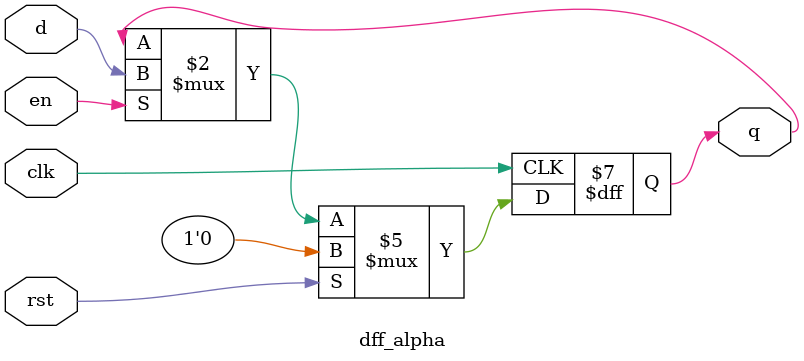
<source format=v>
/*
Alexander Yazdani
University of Southern California
22 September 2024

DFF ALPHA - synchronous active-high reset, active-high enable
*/


module dff_alpha (clk, rst, en, d, q);
    input clk, rst, en, d;
    output reg q;

    always @(negedge clk) begin
        // synchronous active-high reset, active-high enable
        if (rst)
            q <= 1'b0;
        else if (en)
            q <= d;
    end
endmodule

</source>
